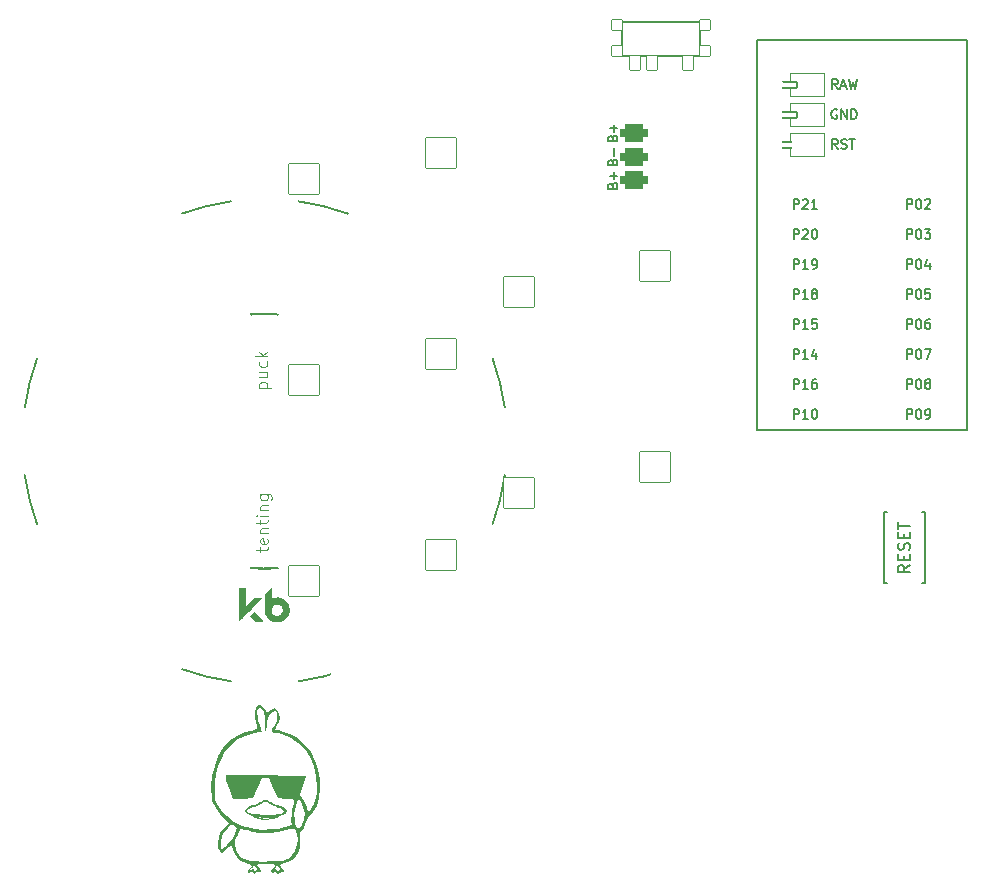
<source format=gto>
%TF.GenerationSoftware,KiCad,Pcbnew,(6.0.4)*%
%TF.CreationDate,2022-07-31T18:16:21+02:00*%
%TF.ProjectId,battoota,62617474-6f6f-4746-912e-6b696361645f,v1.0.0*%
%TF.SameCoordinates,Original*%
%TF.FileFunction,Legend,Top*%
%TF.FilePolarity,Positive*%
%FSLAX46Y46*%
G04 Gerber Fmt 4.6, Leading zero omitted, Abs format (unit mm)*
G04 Created by KiCad (PCBNEW (6.0.4)) date 2022-07-31 18:16:21*
%MOMM*%
%LPD*%
G01*
G04 APERTURE LIST*
G04 Aperture macros list*
%AMRoundRect*
0 Rectangle with rounded corners*
0 $1 Rounding radius*
0 $2 $3 $4 $5 $6 $7 $8 $9 X,Y pos of 4 corners*
0 Add a 4 corners polygon primitive as box body*
4,1,4,$2,$3,$4,$5,$6,$7,$8,$9,$2,$3,0*
0 Add four circle primitives for the rounded corners*
1,1,$1+$1,$2,$3*
1,1,$1+$1,$4,$5*
1,1,$1+$1,$6,$7*
1,1,$1+$1,$8,$9*
0 Add four rect primitives between the rounded corners*
20,1,$1+$1,$2,$3,$4,$5,0*
20,1,$1+$1,$4,$5,$6,$7,0*
20,1,$1+$1,$6,$7,$8,$9,0*
20,1,$1+$1,$8,$9,$2,$3,0*%
%AMFreePoly0*
4,1,16,0.535355,0.785355,0.550000,0.750000,0.550000,-0.750000,0.535355,-0.785355,0.500000,-0.800000,-0.650000,-0.800000,-0.685355,-0.785355,-0.700000,-0.750000,-0.691603,-0.722265,-0.210093,0.000000,-0.691603,0.722265,-0.699029,0.759806,-0.677735,0.791603,-0.650000,0.800000,0.500000,0.800000,0.535355,0.785355,0.535355,0.785355,$1*%
%AMFreePoly1*
4,1,16,0.535355,0.785355,0.541603,0.777735,1.041603,0.027735,1.049029,-0.009806,1.041603,-0.027735,0.541603,-0.777735,0.509806,-0.799029,0.500000,-0.800000,-0.500000,-0.800000,-0.535355,-0.785355,-0.550000,-0.750000,-0.550000,0.750000,-0.535355,0.785355,-0.500000,0.800000,0.500000,0.800000,0.535355,0.785355,0.535355,0.785355,$1*%
G04 Aperture macros list end*
%ADD10C,0.150000*%
%ADD11C,0.100000*%
%ADD12C,0.120000*%
%ADD13C,0.200000*%
%ADD14C,0.010000*%
%ADD15C,2.000000*%
%ADD16RoundRect,0.375000X-0.750000X0.375000X-0.750000X-0.375000X0.750000X-0.375000X0.750000X0.375000X0*%
%ADD17C,1.752600*%
%ADD18C,5.100000*%
%ADD19C,2.100000*%
%ADD20C,1.801800*%
%ADD21C,3.100000*%
%ADD22C,3.529000*%
%ADD23RoundRect,0.050000X-1.054507X-1.505993X1.505993X-1.054507X1.054507X1.505993X-1.505993X1.054507X0*%
%ADD24C,2.132000*%
%ADD25RoundRect,0.050000X-1.181751X-1.408356X1.408356X-1.181751X1.181751X1.408356X-1.408356X1.181751X0*%
%ADD26RoundRect,0.050000X-1.300000X-1.300000X1.300000X-1.300000X1.300000X1.300000X-1.300000X1.300000X0*%
%ADD27RoundRect,0.050000X-0.450000X-0.450000X0.450000X-0.450000X0.450000X0.450000X-0.450000X0.450000X0*%
%ADD28RoundRect,0.050000X-0.450000X-0.625000X0.450000X-0.625000X0.450000X0.625000X-0.450000X0.625000X0*%
%ADD29C,1.100000*%
%ADD30RoundRect,0.050000X-1.716367X-0.658851X0.658851X-1.716367X1.716367X0.658851X-0.658851X1.716367X0*%
%ADD31RoundRect,0.425000X-0.750000X0.375000X-0.750000X-0.375000X0.750000X-0.375000X0.750000X0.375000X0*%
%ADD32RoundRect,0.050000X-0.863113X-1.623279X1.623279X-0.863113X0.863113X1.623279X-1.623279X0.863113X0*%
%ADD33RoundRect,0.050000X-1.487360X-1.080630X1.080630X-1.487360X1.487360X1.080630X-1.080630X1.487360X0*%
%ADD34C,1.852600*%
%ADD35FreePoly0,180.000000*%
%ADD36RoundRect,0.050000X-0.762000X0.250000X-0.762000X-0.250000X0.762000X-0.250000X0.762000X0.250000X0*%
%ADD37FreePoly1,180.000000*%
%ADD38C,4.500000*%
G04 APERTURE END LIST*
D10*
%TO.C,*%
%TO.C,B1*%
X158422171Y76170873D02*
X157945981Y75837539D01*
X158422171Y75599444D02*
X157422171Y75599444D01*
X157422171Y75980396D01*
X157469791Y76075634D01*
X157517410Y76123254D01*
X157612648Y76170873D01*
X157755505Y76170873D01*
X157850743Y76123254D01*
X157898362Y76075634D01*
X157945981Y75980396D01*
X157945981Y75599444D01*
X157898362Y76599444D02*
X157898362Y76932777D01*
X158422171Y77075634D02*
X158422171Y76599444D01*
X157422171Y76599444D01*
X157422171Y77075634D01*
X158374552Y77456587D02*
X158422171Y77599444D01*
X158422171Y77837539D01*
X158374552Y77932777D01*
X158326933Y77980396D01*
X158231695Y78028015D01*
X158136457Y78028015D01*
X158041219Y77980396D01*
X157993600Y77932777D01*
X157945981Y77837539D01*
X157898362Y77647063D01*
X157850743Y77551825D01*
X157803124Y77504206D01*
X157707886Y77456587D01*
X157612648Y77456587D01*
X157517410Y77504206D01*
X157469791Y77551825D01*
X157422171Y77647063D01*
X157422171Y77885158D01*
X157469791Y78028015D01*
X157898362Y78456587D02*
X157898362Y78789920D01*
X158422171Y78932777D02*
X158422171Y78456587D01*
X157422171Y78456587D01*
X157422171Y78932777D01*
X157422171Y79218492D02*
X157422171Y79789920D01*
X158422171Y79504206D02*
X157422171Y79504206D01*
%TO.C,PAD1*%
X133252648Y110300158D02*
X133290743Y110414444D01*
X133328838Y110452539D01*
X133405029Y110490634D01*
X133519314Y110490634D01*
X133595505Y110452539D01*
X133633600Y110414444D01*
X133671695Y110338254D01*
X133671695Y110033492D01*
X132871695Y110033492D01*
X132871695Y110300158D01*
X132909791Y110376349D01*
X132947886Y110414444D01*
X133024076Y110452539D01*
X133100267Y110452539D01*
X133176457Y110414444D01*
X133214552Y110376349D01*
X133252648Y110300158D01*
X133252648Y110033492D01*
X133366933Y110833492D02*
X133366933Y111443015D01*
X133252648Y112300158D02*
X133290743Y112414444D01*
X133328838Y112452539D01*
X133405029Y112490634D01*
X133519314Y112490634D01*
X133595505Y112452539D01*
X133633600Y112414444D01*
X133671695Y112338254D01*
X133671695Y112033492D01*
X132871695Y112033492D01*
X132871695Y112300158D01*
X132909791Y112376349D01*
X132947886Y112414444D01*
X133024076Y112452539D01*
X133100267Y112452539D01*
X133176457Y112414444D01*
X133214552Y112376349D01*
X133252648Y112300158D01*
X133252648Y112033492D01*
X133366933Y112833492D02*
X133366933Y113443015D01*
X133671695Y113138254D02*
X133062171Y113138254D01*
X133252648Y108300158D02*
X133290743Y108414444D01*
X133328838Y108452539D01*
X133405029Y108490634D01*
X133519314Y108490634D01*
X133595505Y108452539D01*
X133633600Y108414444D01*
X133671695Y108338254D01*
X133671695Y108033492D01*
X132871695Y108033492D01*
X132871695Y108300158D01*
X132909791Y108376349D01*
X132947886Y108414444D01*
X133024076Y108452539D01*
X133100267Y108452539D01*
X133176457Y108414444D01*
X133214552Y108376349D01*
X133252648Y108300158D01*
X133252648Y108033492D01*
X133366933Y108833492D02*
X133366933Y109443015D01*
X133671695Y109138254D02*
X133062171Y109138254D01*
%TO.C,MCU1*%
X158185784Y91080443D02*
X158185784Y91880443D01*
X158490546Y91880443D01*
X158566736Y91842348D01*
X158604832Y91804252D01*
X158642927Y91728062D01*
X158642927Y91613776D01*
X158604832Y91537586D01*
X158566736Y91499490D01*
X158490546Y91461395D01*
X158185784Y91461395D01*
X159138165Y91880443D02*
X159214355Y91880443D01*
X159290546Y91842348D01*
X159328641Y91804252D01*
X159366736Y91728062D01*
X159404832Y91575681D01*
X159404832Y91385205D01*
X159366736Y91232824D01*
X159328641Y91156633D01*
X159290546Y91118538D01*
X159214355Y91080443D01*
X159138165Y91080443D01*
X159061974Y91118538D01*
X159023879Y91156633D01*
X158985784Y91232824D01*
X158947689Y91385205D01*
X158947689Y91575681D01*
X158985784Y91728062D01*
X159023879Y91804252D01*
X159061974Y91842348D01*
X159138165Y91880443D01*
X159861974Y91537586D02*
X159785784Y91575681D01*
X159747689Y91613776D01*
X159709593Y91689967D01*
X159709593Y91728062D01*
X159747689Y91804252D01*
X159785784Y91842348D01*
X159861974Y91880443D01*
X160014355Y91880443D01*
X160090546Y91842348D01*
X160128641Y91804252D01*
X160166736Y91728062D01*
X160166736Y91689967D01*
X160128641Y91613776D01*
X160090546Y91575681D01*
X160014355Y91537586D01*
X159861974Y91537586D01*
X159785784Y91499490D01*
X159747689Y91461395D01*
X159709593Y91385205D01*
X159709593Y91232824D01*
X159747689Y91156633D01*
X159785784Y91118538D01*
X159861974Y91080443D01*
X160014355Y91080443D01*
X160090546Y91118538D01*
X160128641Y91156633D01*
X160166736Y91232824D01*
X160166736Y91385205D01*
X160128641Y91461395D01*
X160090546Y91499490D01*
X160014355Y91537586D01*
X148585784Y106320443D02*
X148585784Y107120443D01*
X148890546Y107120443D01*
X148966736Y107082348D01*
X149004832Y107044252D01*
X149042927Y106968062D01*
X149042927Y106853776D01*
X149004832Y106777586D01*
X148966736Y106739490D01*
X148890546Y106701395D01*
X148585784Y106701395D01*
X149347689Y107044252D02*
X149385784Y107082348D01*
X149461974Y107120443D01*
X149652451Y107120443D01*
X149728641Y107082348D01*
X149766736Y107044252D01*
X149804832Y106968062D01*
X149804832Y106891871D01*
X149766736Y106777586D01*
X149309593Y106320443D01*
X149804832Y106320443D01*
X150566736Y106320443D02*
X150109593Y106320443D01*
X150338165Y106320443D02*
X150338165Y107120443D01*
X150261974Y107006157D01*
X150185784Y106929967D01*
X150109593Y106891871D01*
X148585784Y93620443D02*
X148585784Y94420443D01*
X148890546Y94420443D01*
X148966736Y94382348D01*
X149004832Y94344252D01*
X149042927Y94268062D01*
X149042927Y94153776D01*
X149004832Y94077586D01*
X148966736Y94039490D01*
X148890546Y94001395D01*
X148585784Y94001395D01*
X149804832Y93620443D02*
X149347689Y93620443D01*
X149576260Y93620443D02*
X149576260Y94420443D01*
X149500070Y94306157D01*
X149423879Y94229967D01*
X149347689Y94191871D01*
X150490546Y94153776D02*
X150490546Y93620443D01*
X150300070Y94458538D02*
X150109593Y93887109D01*
X150604832Y93887109D01*
X148585784Y103780443D02*
X148585784Y104580443D01*
X148890546Y104580443D01*
X148966736Y104542348D01*
X149004832Y104504252D01*
X149042927Y104428062D01*
X149042927Y104313776D01*
X149004832Y104237586D01*
X148966736Y104199490D01*
X148890546Y104161395D01*
X148585784Y104161395D01*
X149347689Y104504252D02*
X149385784Y104542348D01*
X149461974Y104580443D01*
X149652451Y104580443D01*
X149728641Y104542348D01*
X149766736Y104504252D01*
X149804832Y104428062D01*
X149804832Y104351871D01*
X149766736Y104237586D01*
X149309593Y103780443D01*
X149804832Y103780443D01*
X150300070Y104580443D02*
X150376260Y104580443D01*
X150452451Y104542348D01*
X150490546Y104504252D01*
X150528641Y104428062D01*
X150566736Y104275681D01*
X150566736Y104085205D01*
X150528641Y103932824D01*
X150490546Y103856633D01*
X150452451Y103818538D01*
X150376260Y103780443D01*
X150300070Y103780443D01*
X150223879Y103818538D01*
X150185784Y103856633D01*
X150147689Y103932824D01*
X150109593Y104085205D01*
X150109593Y104275681D01*
X150147689Y104428062D01*
X150185784Y104504252D01*
X150223879Y104542348D01*
X150300070Y104580443D01*
X152305594Y111400443D02*
X152038928Y111781395D01*
X151848451Y111400443D02*
X151848451Y112200443D01*
X152153213Y112200443D01*
X152229404Y112162348D01*
X152267499Y112124252D01*
X152305594Y112048062D01*
X152305594Y111933776D01*
X152267499Y111857586D01*
X152229404Y111819490D01*
X152153213Y111781395D01*
X151848451Y111781395D01*
X152610356Y111438538D02*
X152724642Y111400443D01*
X152915118Y111400443D01*
X152991309Y111438538D01*
X153029404Y111476633D01*
X153067499Y111552824D01*
X153067499Y111629014D01*
X153029404Y111705205D01*
X152991309Y111743300D01*
X152915118Y111781395D01*
X152762737Y111819490D01*
X152686547Y111857586D01*
X152648451Y111895681D01*
X152610356Y111971871D01*
X152610356Y112048062D01*
X152648451Y112124252D01*
X152686547Y112162348D01*
X152762737Y112200443D01*
X152953213Y112200443D01*
X153067499Y112162348D01*
X153296070Y112200443D02*
X153753213Y112200443D01*
X153524642Y111400443D02*
X153524642Y112200443D01*
X158185784Y88540443D02*
X158185784Y89340443D01*
X158490546Y89340443D01*
X158566736Y89302348D01*
X158604832Y89264252D01*
X158642927Y89188062D01*
X158642927Y89073776D01*
X158604832Y88997586D01*
X158566736Y88959490D01*
X158490546Y88921395D01*
X158185784Y88921395D01*
X159138165Y89340443D02*
X159214355Y89340443D01*
X159290546Y89302348D01*
X159328641Y89264252D01*
X159366736Y89188062D01*
X159404832Y89035681D01*
X159404832Y88845205D01*
X159366736Y88692824D01*
X159328641Y88616633D01*
X159290546Y88578538D01*
X159214355Y88540443D01*
X159138165Y88540443D01*
X159061974Y88578538D01*
X159023879Y88616633D01*
X158985784Y88692824D01*
X158947689Y88845205D01*
X158947689Y89035681D01*
X158985784Y89188062D01*
X159023879Y89264252D01*
X159061974Y89302348D01*
X159138165Y89340443D01*
X159785784Y88540443D02*
X159938165Y88540443D01*
X160014355Y88578538D01*
X160052451Y88616633D01*
X160128641Y88730919D01*
X160166736Y88883300D01*
X160166736Y89188062D01*
X160128641Y89264252D01*
X160090546Y89302348D01*
X160014355Y89340443D01*
X159861974Y89340443D01*
X159785784Y89302348D01*
X159747689Y89264252D01*
X159709593Y89188062D01*
X159709593Y88997586D01*
X159747689Y88921395D01*
X159785784Y88883300D01*
X159861974Y88845205D01*
X160014355Y88845205D01*
X160090546Y88883300D01*
X160128641Y88921395D01*
X160166736Y88997586D01*
X148585784Y91080443D02*
X148585784Y91880443D01*
X148890546Y91880443D01*
X148966736Y91842348D01*
X149004832Y91804252D01*
X149042927Y91728062D01*
X149042927Y91613776D01*
X149004832Y91537586D01*
X148966736Y91499490D01*
X148890546Y91461395D01*
X148585784Y91461395D01*
X149804832Y91080443D02*
X149347689Y91080443D01*
X149576260Y91080443D02*
X149576260Y91880443D01*
X149500070Y91766157D01*
X149423879Y91689967D01*
X149347689Y91651871D01*
X150490546Y91880443D02*
X150338165Y91880443D01*
X150261974Y91842348D01*
X150223879Y91804252D01*
X150147689Y91689967D01*
X150109593Y91537586D01*
X150109593Y91232824D01*
X150147689Y91156633D01*
X150185784Y91118538D01*
X150261974Y91080443D01*
X150414355Y91080443D01*
X150490546Y91118538D01*
X150528641Y91156633D01*
X150566736Y91232824D01*
X150566736Y91423300D01*
X150528641Y91499490D01*
X150490546Y91537586D01*
X150414355Y91575681D01*
X150261974Y91575681D01*
X150185784Y91537586D01*
X150147689Y91499490D01*
X150109593Y91423300D01*
X152305595Y116480443D02*
X152038928Y116861395D01*
X151848452Y116480443D02*
X151848452Y117280443D01*
X152153214Y117280443D01*
X152229404Y117242348D01*
X152267499Y117204252D01*
X152305595Y117128062D01*
X152305595Y117013776D01*
X152267499Y116937586D01*
X152229404Y116899490D01*
X152153214Y116861395D01*
X151848452Y116861395D01*
X152610356Y116709014D02*
X152991309Y116709014D01*
X152534166Y116480443D02*
X152800833Y117280443D01*
X153067499Y116480443D01*
X153257976Y117280443D02*
X153448452Y116480443D01*
X153600833Y117051871D01*
X153753214Y116480443D01*
X153943690Y117280443D01*
X158185784Y106320443D02*
X158185784Y107120443D01*
X158490546Y107120443D01*
X158566736Y107082348D01*
X158604832Y107044252D01*
X158642927Y106968062D01*
X158642927Y106853776D01*
X158604832Y106777586D01*
X158566736Y106739490D01*
X158490546Y106701395D01*
X158185784Y106701395D01*
X159138165Y107120443D02*
X159214355Y107120443D01*
X159290546Y107082348D01*
X159328641Y107044252D01*
X159366736Y106968062D01*
X159404832Y106815681D01*
X159404832Y106625205D01*
X159366736Y106472824D01*
X159328641Y106396633D01*
X159290546Y106358538D01*
X159214355Y106320443D01*
X159138165Y106320443D01*
X159061974Y106358538D01*
X159023879Y106396633D01*
X158985784Y106472824D01*
X158947689Y106625205D01*
X158947689Y106815681D01*
X158985784Y106968062D01*
X159023879Y107044252D01*
X159061974Y107082348D01*
X159138165Y107120443D01*
X159709593Y107044252D02*
X159747689Y107082348D01*
X159823879Y107120443D01*
X160014355Y107120443D01*
X160090546Y107082348D01*
X160128641Y107044252D01*
X160166736Y106968062D01*
X160166736Y106891871D01*
X160128641Y106777586D01*
X159671498Y106320443D01*
X160166736Y106320443D01*
X148585784Y98700443D02*
X148585784Y99500443D01*
X148890546Y99500443D01*
X148966736Y99462348D01*
X149004832Y99424252D01*
X149042927Y99348062D01*
X149042927Y99233776D01*
X149004832Y99157586D01*
X148966736Y99119490D01*
X148890546Y99081395D01*
X148585784Y99081395D01*
X149804832Y98700443D02*
X149347689Y98700443D01*
X149576260Y98700443D02*
X149576260Y99500443D01*
X149500070Y99386157D01*
X149423879Y99309967D01*
X149347689Y99271871D01*
X150261974Y99157586D02*
X150185784Y99195681D01*
X150147689Y99233776D01*
X150109593Y99309967D01*
X150109593Y99348062D01*
X150147689Y99424252D01*
X150185784Y99462348D01*
X150261974Y99500443D01*
X150414355Y99500443D01*
X150490546Y99462348D01*
X150528641Y99424252D01*
X150566736Y99348062D01*
X150566736Y99309967D01*
X150528641Y99233776D01*
X150490546Y99195681D01*
X150414355Y99157586D01*
X150261974Y99157586D01*
X150185784Y99119490D01*
X150147689Y99081395D01*
X150109593Y99005205D01*
X150109593Y98852824D01*
X150147689Y98776633D01*
X150185784Y98738538D01*
X150261974Y98700443D01*
X150414355Y98700443D01*
X150490546Y98738538D01*
X150528641Y98776633D01*
X150566736Y98852824D01*
X150566736Y99005205D01*
X150528641Y99081395D01*
X150490546Y99119490D01*
X150414355Y99157586D01*
X148585784Y88540443D02*
X148585784Y89340443D01*
X148890546Y89340443D01*
X148966736Y89302348D01*
X149004832Y89264252D01*
X149042927Y89188062D01*
X149042927Y89073776D01*
X149004832Y88997586D01*
X148966736Y88959490D01*
X148890546Y88921395D01*
X148585784Y88921395D01*
X149804832Y88540443D02*
X149347689Y88540443D01*
X149576260Y88540443D02*
X149576260Y89340443D01*
X149500070Y89226157D01*
X149423879Y89149967D01*
X149347689Y89111871D01*
X150300070Y89340443D02*
X150376260Y89340443D01*
X150452451Y89302348D01*
X150490546Y89264252D01*
X150528641Y89188062D01*
X150566736Y89035681D01*
X150566736Y88845205D01*
X150528641Y88692824D01*
X150490546Y88616633D01*
X150452451Y88578538D01*
X150376260Y88540443D01*
X150300070Y88540443D01*
X150223879Y88578538D01*
X150185784Y88616633D01*
X150147689Y88692824D01*
X150109593Y88845205D01*
X150109593Y89035681D01*
X150147689Y89188062D01*
X150185784Y89264252D01*
X150223879Y89302348D01*
X150300070Y89340443D01*
X158185784Y103780443D02*
X158185784Y104580443D01*
X158490546Y104580443D01*
X158566736Y104542348D01*
X158604832Y104504252D01*
X158642927Y104428062D01*
X158642927Y104313776D01*
X158604832Y104237586D01*
X158566736Y104199490D01*
X158490546Y104161395D01*
X158185784Y104161395D01*
X159138165Y104580443D02*
X159214355Y104580443D01*
X159290546Y104542348D01*
X159328641Y104504252D01*
X159366736Y104428062D01*
X159404832Y104275681D01*
X159404832Y104085205D01*
X159366736Y103932824D01*
X159328641Y103856633D01*
X159290546Y103818538D01*
X159214355Y103780443D01*
X159138165Y103780443D01*
X159061974Y103818538D01*
X159023879Y103856633D01*
X158985784Y103932824D01*
X158947689Y104085205D01*
X158947689Y104275681D01*
X158985784Y104428062D01*
X159023879Y104504252D01*
X159061974Y104542348D01*
X159138165Y104580443D01*
X159671498Y104580443D02*
X160166736Y104580443D01*
X159900070Y104275681D01*
X160014355Y104275681D01*
X160090546Y104237586D01*
X160128641Y104199490D01*
X160166736Y104123300D01*
X160166736Y103932824D01*
X160128641Y103856633D01*
X160090546Y103818538D01*
X160014355Y103780443D01*
X159785784Y103780443D01*
X159709593Y103818538D01*
X159671498Y103856633D01*
X158185784Y93620443D02*
X158185784Y94420443D01*
X158490546Y94420443D01*
X158566736Y94382348D01*
X158604832Y94344252D01*
X158642927Y94268062D01*
X158642927Y94153776D01*
X158604832Y94077586D01*
X158566736Y94039490D01*
X158490546Y94001395D01*
X158185784Y94001395D01*
X159138165Y94420443D02*
X159214355Y94420443D01*
X159290546Y94382348D01*
X159328641Y94344252D01*
X159366736Y94268062D01*
X159404832Y94115681D01*
X159404832Y93925205D01*
X159366736Y93772824D01*
X159328641Y93696633D01*
X159290546Y93658538D01*
X159214355Y93620443D01*
X159138165Y93620443D01*
X159061974Y93658538D01*
X159023879Y93696633D01*
X158985784Y93772824D01*
X158947689Y93925205D01*
X158947689Y94115681D01*
X158985784Y94268062D01*
X159023879Y94344252D01*
X159061974Y94382348D01*
X159138165Y94420443D01*
X159671498Y94420443D02*
X160204832Y94420443D01*
X159861974Y93620443D01*
X148585784Y101240443D02*
X148585784Y102040443D01*
X148890546Y102040443D01*
X148966736Y102002348D01*
X149004832Y101964252D01*
X149042927Y101888062D01*
X149042927Y101773776D01*
X149004832Y101697586D01*
X148966736Y101659490D01*
X148890546Y101621395D01*
X148585784Y101621395D01*
X149804832Y101240443D02*
X149347689Y101240443D01*
X149576260Y101240443D02*
X149576260Y102040443D01*
X149500070Y101926157D01*
X149423879Y101849967D01*
X149347689Y101811871D01*
X150185784Y101240443D02*
X150338165Y101240443D01*
X150414355Y101278538D01*
X150452451Y101316633D01*
X150528641Y101430919D01*
X150566736Y101583300D01*
X150566736Y101888062D01*
X150528641Y101964252D01*
X150490546Y102002348D01*
X150414355Y102040443D01*
X150261974Y102040443D01*
X150185784Y102002348D01*
X150147689Y101964252D01*
X150109593Y101888062D01*
X150109593Y101697586D01*
X150147689Y101621395D01*
X150185784Y101583300D01*
X150261974Y101545205D01*
X150414355Y101545205D01*
X150490546Y101583300D01*
X150528641Y101621395D01*
X150566736Y101697586D01*
X152248452Y114702348D02*
X152172261Y114740443D01*
X152057976Y114740443D01*
X151943690Y114702348D01*
X151867499Y114626157D01*
X151829404Y114549967D01*
X151791309Y114397586D01*
X151791309Y114283300D01*
X151829404Y114130919D01*
X151867499Y114054728D01*
X151943690Y113978538D01*
X152057976Y113940443D01*
X152134166Y113940443D01*
X152248452Y113978538D01*
X152286547Y114016633D01*
X152286547Y114283300D01*
X152134166Y114283300D01*
X152629404Y113940443D02*
X152629404Y114740443D01*
X153086547Y113940443D01*
X153086547Y114740443D01*
X153467499Y113940443D02*
X153467499Y114740443D01*
X153657976Y114740443D01*
X153772261Y114702348D01*
X153848452Y114626157D01*
X153886547Y114549967D01*
X153924642Y114397586D01*
X153924642Y114283300D01*
X153886547Y114130919D01*
X153848452Y114054728D01*
X153772261Y113978538D01*
X153657976Y113940443D01*
X153467499Y113940443D01*
X158185784Y101240443D02*
X158185784Y102040443D01*
X158490546Y102040443D01*
X158566736Y102002348D01*
X158604832Y101964252D01*
X158642927Y101888062D01*
X158642927Y101773776D01*
X158604832Y101697586D01*
X158566736Y101659490D01*
X158490546Y101621395D01*
X158185784Y101621395D01*
X159138165Y102040443D02*
X159214355Y102040443D01*
X159290546Y102002348D01*
X159328641Y101964252D01*
X159366736Y101888062D01*
X159404832Y101735681D01*
X159404832Y101545205D01*
X159366736Y101392824D01*
X159328641Y101316633D01*
X159290546Y101278538D01*
X159214355Y101240443D01*
X159138165Y101240443D01*
X159061974Y101278538D01*
X159023879Y101316633D01*
X158985784Y101392824D01*
X158947689Y101545205D01*
X158947689Y101735681D01*
X158985784Y101888062D01*
X159023879Y101964252D01*
X159061974Y102002348D01*
X159138165Y102040443D01*
X160090546Y101773776D02*
X160090546Y101240443D01*
X159900070Y102078538D02*
X159709593Y101507109D01*
X160204832Y101507109D01*
X158185784Y98700443D02*
X158185784Y99500443D01*
X158490546Y99500443D01*
X158566736Y99462348D01*
X158604832Y99424252D01*
X158642927Y99348062D01*
X158642927Y99233776D01*
X158604832Y99157586D01*
X158566736Y99119490D01*
X158490546Y99081395D01*
X158185784Y99081395D01*
X159138165Y99500443D02*
X159214355Y99500443D01*
X159290546Y99462348D01*
X159328641Y99424252D01*
X159366736Y99348062D01*
X159404832Y99195681D01*
X159404832Y99005205D01*
X159366736Y98852824D01*
X159328641Y98776633D01*
X159290546Y98738538D01*
X159214355Y98700443D01*
X159138165Y98700443D01*
X159061974Y98738538D01*
X159023879Y98776633D01*
X158985784Y98852824D01*
X158947689Y99005205D01*
X158947689Y99195681D01*
X158985784Y99348062D01*
X159023879Y99424252D01*
X159061974Y99462348D01*
X159138165Y99500443D01*
X160128641Y99500443D02*
X159747689Y99500443D01*
X159709593Y99119490D01*
X159747689Y99157586D01*
X159823879Y99195681D01*
X160014355Y99195681D01*
X160090546Y99157586D01*
X160128641Y99119490D01*
X160166736Y99043300D01*
X160166736Y98852824D01*
X160128641Y98776633D01*
X160090546Y98738538D01*
X160014355Y98700443D01*
X159823879Y98700443D01*
X159747689Y98738538D01*
X159709593Y98776633D01*
X148585784Y96160443D02*
X148585784Y96960443D01*
X148890546Y96960443D01*
X148966736Y96922348D01*
X149004832Y96884252D01*
X149042927Y96808062D01*
X149042927Y96693776D01*
X149004832Y96617586D01*
X148966736Y96579490D01*
X148890546Y96541395D01*
X148585784Y96541395D01*
X149804832Y96160443D02*
X149347689Y96160443D01*
X149576260Y96160443D02*
X149576260Y96960443D01*
X149500070Y96846157D01*
X149423879Y96769967D01*
X149347689Y96731871D01*
X150528641Y96960443D02*
X150147689Y96960443D01*
X150109593Y96579490D01*
X150147689Y96617586D01*
X150223879Y96655681D01*
X150414355Y96655681D01*
X150490546Y96617586D01*
X150528641Y96579490D01*
X150566736Y96503300D01*
X150566736Y96312824D01*
X150528641Y96236633D01*
X150490546Y96198538D01*
X150414355Y96160443D01*
X150223879Y96160443D01*
X150147689Y96198538D01*
X150109593Y96236633D01*
X158185784Y96160443D02*
X158185784Y96960443D01*
X158490546Y96960443D01*
X158566736Y96922348D01*
X158604832Y96884252D01*
X158642927Y96808062D01*
X158642927Y96693776D01*
X158604832Y96617586D01*
X158566736Y96579490D01*
X158490546Y96541395D01*
X158185784Y96541395D01*
X159138165Y96960443D02*
X159214355Y96960443D01*
X159290546Y96922348D01*
X159328641Y96884252D01*
X159366736Y96808062D01*
X159404832Y96655681D01*
X159404832Y96465205D01*
X159366736Y96312824D01*
X159328641Y96236633D01*
X159290546Y96198538D01*
X159214355Y96160443D01*
X159138165Y96160443D01*
X159061974Y96198538D01*
X159023879Y96236633D01*
X158985784Y96312824D01*
X158947689Y96465205D01*
X158947689Y96655681D01*
X158985784Y96808062D01*
X159023879Y96884252D01*
X159061974Y96922348D01*
X159138165Y96960443D01*
X160090546Y96960443D02*
X159938165Y96960443D01*
X159861974Y96922348D01*
X159823879Y96884252D01*
X159747689Y96769967D01*
X159709593Y96617586D01*
X159709593Y96312824D01*
X159747689Y96236633D01*
X159785784Y96198538D01*
X159861974Y96160443D01*
X160014355Y96160443D01*
X160090546Y96198538D01*
X160128641Y96236633D01*
X160166736Y96312824D01*
X160166736Y96503300D01*
X160128641Y96579490D01*
X160090546Y96617586D01*
X160014355Y96655681D01*
X159861974Y96655681D01*
X159785784Y96617586D01*
X159747689Y96579490D01*
X159709593Y96503300D01*
D11*
%TO.C,REF\u002A\u002A*%
X103406138Y77282254D02*
X103406138Y77663206D01*
X103072804Y77425111D02*
X103929947Y77425111D01*
X104025185Y77472730D01*
X104072804Y77567968D01*
X104072804Y77663206D01*
X104025185Y78377492D02*
X104072804Y78282254D01*
X104072804Y78091777D01*
X104025185Y77996539D01*
X103929947Y77948920D01*
X103548995Y77948920D01*
X103453757Y77996539D01*
X103406138Y78091777D01*
X103406138Y78282254D01*
X103453757Y78377492D01*
X103548995Y78425111D01*
X103644233Y78425111D01*
X103739471Y77948920D01*
X103406138Y78853682D02*
X104072804Y78853682D01*
X103501376Y78853682D02*
X103453757Y78901301D01*
X103406138Y78996539D01*
X103406138Y79139396D01*
X103453757Y79234634D01*
X103548995Y79282254D01*
X104072804Y79282254D01*
X103406138Y79615587D02*
X103406138Y79996539D01*
X103072804Y79758444D02*
X103929947Y79758444D01*
X104025185Y79806063D01*
X104072804Y79901301D01*
X104072804Y79996539D01*
X104072804Y80329873D02*
X103406138Y80329873D01*
X103072804Y80329873D02*
X103120424Y80282254D01*
X103168043Y80329873D01*
X103120424Y80377492D01*
X103072804Y80329873D01*
X103168043Y80329873D01*
X103406138Y80806063D02*
X104072804Y80806063D01*
X103501376Y80806063D02*
X103453757Y80853682D01*
X103406138Y80948920D01*
X103406138Y81091777D01*
X103453757Y81187015D01*
X103548995Y81234634D01*
X104072804Y81234634D01*
X103406138Y82139396D02*
X104215662Y82139396D01*
X104310900Y82091777D01*
X104358519Y82044158D01*
X104406138Y81948920D01*
X104406138Y81806063D01*
X104358519Y81710825D01*
X104025185Y82139396D02*
X104072804Y82044158D01*
X104072804Y81853682D01*
X104025185Y81758444D01*
X103977566Y81710825D01*
X103882328Y81663206D01*
X103596614Y81663206D01*
X103501376Y81710825D01*
X103453757Y81758444D01*
X103406138Y81853682D01*
X103406138Y82044158D01*
X103453757Y82139396D01*
X103342638Y91172754D02*
X104342638Y91172754D01*
X103390257Y91172754D02*
X103342638Y91267992D01*
X103342638Y91458468D01*
X103390257Y91553706D01*
X103437876Y91601325D01*
X103533114Y91648944D01*
X103818828Y91648944D01*
X103914066Y91601325D01*
X103961685Y91553706D01*
X104009304Y91458468D01*
X104009304Y91267992D01*
X103961685Y91172754D01*
X103342638Y92506087D02*
X104009304Y92506087D01*
X103342638Y92077515D02*
X103866447Y92077515D01*
X103961685Y92125134D01*
X104009304Y92220373D01*
X104009304Y92363230D01*
X103961685Y92458468D01*
X103914066Y92506087D01*
X103961685Y93410849D02*
X104009304Y93315611D01*
X104009304Y93125134D01*
X103961685Y93029896D01*
X103914066Y92982277D01*
X103818828Y92934658D01*
X103533114Y92934658D01*
X103437876Y92982277D01*
X103390257Y93029896D01*
X103342638Y93125134D01*
X103342638Y93315611D01*
X103390257Y93410849D01*
X104009304Y93839420D02*
X103009304Y93839420D01*
X103628352Y93934658D02*
X104009304Y94220373D01*
X103342638Y94220373D02*
X103723590Y93839420D01*
D10*
%TO.C,B1*%
X156219791Y74623254D02*
X156219791Y80623254D01*
X159719791Y74623254D02*
X159719791Y80623254D01*
X156219791Y80623254D02*
X156469791Y80623254D01*
X159719791Y74623254D02*
X159469791Y74623254D01*
X159719791Y80623254D02*
X159469791Y80623254D01*
X156219791Y74623254D02*
X156469791Y74623254D01*
%TO.C,T1*%
X134068406Y122101838D02*
X134068406Y119251838D01*
X139318406Y122101838D02*
X135418406Y122101838D01*
X134068406Y119251838D02*
X140668406Y119251838D01*
X137368406Y122101838D02*
X140668406Y122101838D01*
X140668406Y119251838D02*
X140668406Y122101838D01*
X137368406Y122101838D02*
X134068406Y122101838D01*
%TO.C,G\u002A\u002A\u002A*%
G36*
X102883978Y54811439D02*
G01*
X102740255Y54880814D01*
X102407058Y55056231D01*
X102211599Y55193916D01*
X102131416Y55310999D01*
X102130646Y55316839D01*
X102306885Y55316839D01*
X102323310Y55295956D01*
X102503738Y55201096D01*
X102814003Y55123189D01*
X103215242Y55064583D01*
X103668589Y55027628D01*
X104135180Y55014670D01*
X104576151Y55028060D01*
X104952637Y55070144D01*
X105174422Y55123679D01*
X105401772Y55233273D01*
X105460472Y55348492D01*
X105351061Y55468035D01*
X105074080Y55590598D01*
X104966078Y55625429D01*
X104664565Y55735323D01*
X104407590Y55860367D01*
X104283288Y55946404D01*
X104021677Y56093383D01*
X103736622Y56076183D01*
X103509613Y55948664D01*
X103306784Y55830100D01*
X103019752Y55709005D01*
X102844401Y55651219D01*
X102514387Y55534275D01*
X102332107Y55420696D01*
X102306885Y55316839D01*
X102130646Y55316839D01*
X102126422Y55348860D01*
X102205522Y55535943D01*
X102420663Y55696920D01*
X102738600Y55809825D01*
X102858300Y55832470D01*
X103154436Y55920791D01*
X103435028Y56068739D01*
X103454272Y56082600D01*
X103752550Y56247693D01*
X104019947Y56257391D01*
X104293936Y56111220D01*
X104343195Y56071400D01*
X104555160Y55931295D01*
X104751676Y55860051D01*
X104778751Y55857874D01*
X104966352Y55822347D01*
X105222502Y55735067D01*
X105328663Y55689960D01*
X105559074Y55566867D01*
X105659234Y55452976D01*
X105667330Y55340633D01*
X105591473Y55163612D01*
X105513088Y55091950D01*
X105111759Y54891462D01*
X104805697Y54759395D01*
X104543443Y54679643D01*
X104273536Y54636100D01*
X103989088Y54614958D01*
X103653008Y54603783D01*
X103402897Y54622991D01*
X103169604Y54687303D01*
X103109985Y54713214D01*
X103673799Y54713214D01*
X103780173Y54699930D01*
X103904422Y54697460D01*
X104087543Y54704065D01*
X104137812Y54720951D01*
X104094922Y54734152D01*
X103848204Y54748159D01*
X103713922Y54734152D01*
X103673799Y54713214D01*
X103109985Y54713214D01*
X102957906Y54779309D01*
X103263810Y54779309D01*
X103347033Y54765751D01*
X103456847Y54781317D01*
X103458158Y54810219D01*
X103344841Y54830431D01*
X103295880Y54816903D01*
X103263810Y54779309D01*
X102957906Y54779309D01*
X102883978Y54811439D01*
G37*
G36*
X104497088Y50503045D02*
G01*
X104643295Y50652401D01*
X104666692Y50756195D01*
X104555768Y50821445D01*
X104299012Y50855169D01*
X103904422Y50864400D01*
X103568863Y50857043D01*
X103308698Y50837338D01*
X103161697Y50808830D01*
X103142422Y50792855D01*
X103199034Y50688346D01*
X103311755Y50568066D01*
X103447142Y50400898D01*
X103476988Y50265739D01*
X103400694Y50201812D01*
X103317223Y50210169D01*
X103160615Y50195335D01*
X103108213Y50135377D01*
X103006711Y50026556D01*
X102885968Y50061683D01*
X102834968Y50143183D01*
X102754841Y50223695D01*
X102631524Y50185516D01*
X102462694Y50111812D01*
X102392654Y50148018D01*
X102380422Y50271016D01*
X102421728Y50379808D01*
X102582791Y50379808D01*
X102677340Y50385158D01*
X102749034Y50430786D01*
X102849174Y50473905D01*
X102916959Y50373574D01*
X102929388Y50337018D01*
X102980358Y50214712D01*
X103017398Y50247358D01*
X103029700Y50288207D01*
X103124266Y50392124D01*
X103211226Y50386159D01*
X103282980Y50379386D01*
X103221385Y50454321D01*
X103173785Y50496685D01*
X103022640Y50657352D01*
X102947636Y50779733D01*
X102909598Y50852446D01*
X102895106Y50761545D01*
X102821498Y50610467D01*
X102711837Y50521852D01*
X102594181Y50433079D01*
X102582791Y50379808D01*
X102421728Y50379808D01*
X102447013Y50446405D01*
X102549755Y50545382D01*
X102693986Y50671444D01*
X102682018Y50778173D01*
X102509132Y50871978D01*
X102258894Y50940441D01*
X101805541Y51124714D01*
X101433524Y51442555D01*
X101170096Y51867066D01*
X101092709Y52091419D01*
X100991439Y52470057D01*
X100775764Y52332967D01*
X100561682Y52165937D01*
X100369908Y51974638D01*
X100179727Y51753400D01*
X100000313Y51965066D01*
X99869742Y52239974D01*
X99848473Y52501801D01*
X100095204Y52501801D01*
X100102772Y52276291D01*
X100139765Y52147704D01*
X100163941Y52134400D01*
X100256374Y52188909D01*
X100430173Y52331426D01*
X100603135Y52489954D01*
X101293284Y52489954D01*
X101375226Y52110208D01*
X101476501Y51873648D01*
X101654061Y51601911D01*
X101877885Y51393116D01*
X102168936Y51241165D01*
X102548174Y51139962D01*
X103036561Y51083409D01*
X103655058Y51065408D01*
X104226220Y51073792D01*
X104708800Y51090617D01*
X105060360Y51114249D01*
X105319209Y51150426D01*
X105523658Y51204883D01*
X105712015Y51283357D01*
X105750220Y51301989D01*
X106123921Y51577407D01*
X106396496Y51966219D01*
X106555900Y52437813D01*
X106590089Y52961576D01*
X106540529Y53310769D01*
X106455508Y53618649D01*
X106347306Y53796201D01*
X106181045Y53859979D01*
X105921846Y53826536D01*
X105630184Y53742813D01*
X104953530Y53587774D01*
X104197082Y53510253D01*
X103433171Y53513392D01*
X102734127Y53600336D01*
X102668971Y53614115D01*
X102335075Y53693216D01*
X102053420Y53769503D01*
X101875159Y53828891D01*
X101854808Y53838335D01*
X101752825Y53860391D01*
X101681082Y53771888D01*
X101623707Y53593361D01*
X101533656Y53336287D01*
X101426116Y53126554D01*
X101411179Y53105450D01*
X101304319Y52839623D01*
X101293284Y52489954D01*
X100603135Y52489954D01*
X100635426Y52519550D01*
X100866152Y52778902D01*
X101090809Y53095367D01*
X101281265Y53421544D01*
X101409387Y53710034D01*
X101448261Y53889059D01*
X101380701Y53995723D01*
X101215710Y54113267D01*
X101203142Y54119902D01*
X101054781Y54186990D01*
X100944970Y54184016D01*
X100822020Y54091411D01*
X100654733Y53912295D01*
X100448858Y53651510D01*
X100275909Y53376808D01*
X100223346Y53268946D01*
X100158061Y53047223D01*
X100114491Y52775143D01*
X100095204Y52501801D01*
X99848473Y52501801D01*
X99840202Y52603612D01*
X99902370Y53016274D01*
X100046922Y53438258D01*
X100264536Y53829856D01*
X100504870Y54113825D01*
X100761494Y54357583D01*
X100302999Y54776621D01*
X99826443Y55321596D01*
X99567296Y55759042D01*
X99447141Y56012240D01*
X99368080Y56220018D01*
X99321752Y56429518D01*
X99299794Y56687883D01*
X99293841Y57042258D01*
X99294371Y57297579D01*
X99297495Y57341400D01*
X99553696Y57341400D01*
X99557400Y56928222D01*
X99578822Y56628157D01*
X99627684Y56385171D01*
X99713705Y56143232D01*
X99792844Y55962855D01*
X100136304Y55401988D01*
X100621028Y54892268D01*
X101222119Y54452211D01*
X101914683Y54100333D01*
X102603812Y53872265D01*
X103082786Y53794861D01*
X103663314Y53766986D01*
X104285788Y53786196D01*
X104890603Y53850046D01*
X105418152Y53956093D01*
X105543239Y53992802D01*
X106123723Y54178753D01*
X106070295Y54617077D01*
X106079465Y55080285D01*
X106325881Y55080285D01*
X106327710Y54677744D01*
X106375168Y54316992D01*
X106467775Y54056944D01*
X106475134Y54045253D01*
X106628143Y53811733D01*
X106826284Y53997877D01*
X106966130Y54193782D01*
X107086957Y54469968D01*
X107121864Y54590190D01*
X107176721Y55146150D01*
X107084261Y55689335D01*
X106907681Y56083336D01*
X106784247Y56274447D01*
X106713207Y56333717D01*
X106666647Y56278387D01*
X106652846Y56240733D01*
X106579443Y56050036D01*
X106475242Y55806585D01*
X106461032Y55775066D01*
X106370162Y55465698D01*
X106325881Y55080285D01*
X106079465Y55080285D01*
X106082096Y55213210D01*
X106150582Y55521066D01*
X106262396Y55901980D01*
X106322245Y56147438D01*
X106311960Y56287910D01*
X106213374Y56353867D01*
X106008320Y56375778D01*
X105678630Y56384113D01*
X105635186Y56385469D01*
X104892188Y56410066D01*
X104545362Y57256733D01*
X104198535Y58103400D01*
X103537991Y58103400D01*
X102844243Y56410066D01*
X101992187Y56386102D01*
X101140130Y56362137D01*
X100785489Y57302541D01*
X100651479Y57677144D01*
X100550559Y57997120D01*
X100492705Y58227962D01*
X100487272Y58334241D01*
X100565612Y58358671D01*
X100770969Y58376347D01*
X101110443Y58387339D01*
X101591135Y58391713D01*
X102220147Y58389538D01*
X103004578Y58380882D01*
X103892620Y58366851D01*
X104628610Y58353119D01*
X105310377Y58338793D01*
X105919653Y58324376D01*
X106438166Y58310372D01*
X106847646Y58297287D01*
X107129824Y58285624D01*
X107266428Y58275889D01*
X107276286Y58273424D01*
X107264632Y58184166D01*
X107205275Y57971704D01*
X107108818Y57671815D01*
X107032008Y57449106D01*
X106752989Y56659530D01*
X106977731Y56434787D01*
X107139512Y56205119D01*
X107287131Y55877216D01*
X107345176Y55696772D01*
X107487878Y55183498D01*
X107700397Y55496248D01*
X107963013Y55953635D01*
X108127499Y56429344D01*
X108208157Y56975786D01*
X108222422Y57409186D01*
X108153236Y58317446D01*
X107951835Y59154138D01*
X107627455Y59906649D01*
X107189332Y60562370D01*
X106646702Y61108689D01*
X106008799Y61532995D01*
X105284861Y61822677D01*
X104928718Y61906649D01*
X104599418Y61983285D01*
X104428121Y62077514D01*
X104403843Y62217712D01*
X104515598Y62432257D01*
X104652421Y62620354D01*
X104830072Y62942212D01*
X104878088Y63278409D01*
X104844099Y63599871D01*
X104740227Y63769180D01*
X104563612Y63789686D01*
X104470459Y63756294D01*
X104256563Y63572819D01*
X104090860Y63257823D01*
X103987793Y62845723D01*
X103961254Y62542942D01*
X103942369Y62227069D01*
X103913023Y62069667D01*
X103879665Y62060719D01*
X103848740Y62190208D01*
X103826695Y62448119D01*
X103819755Y62762786D01*
X103794031Y63302679D01*
X103718779Y63706619D01*
X103596879Y63965572D01*
X103431210Y64070503D01*
X103402355Y64072400D01*
X103240506Y63997740D01*
X103178928Y63867659D01*
X103168326Y63649227D01*
X103203966Y63327445D01*
X103275583Y62958591D01*
X103372909Y62598940D01*
X103448998Y62387233D01*
X103520542Y62193920D01*
X103546125Y62082449D01*
X103543788Y62074878D01*
X103455295Y62047212D01*
X103243659Y61996299D01*
X102951733Y61932349D01*
X102901052Y61921718D01*
X102094895Y61683228D01*
X101407043Y61325848D01*
X100829831Y60843852D01*
X100355594Y60231511D01*
X100150404Y59866170D01*
X99844649Y59165956D01*
X99655204Y58486382D01*
X99565908Y57759066D01*
X99553696Y57341400D01*
X99297495Y57341400D01*
X99363677Y58269694D01*
X99557951Y59160199D01*
X99870025Y59958686D01*
X100292730Y60654747D01*
X100818899Y61237974D01*
X101441364Y61697957D01*
X102152957Y62024288D01*
X102640005Y62155797D01*
X102910572Y62216488D01*
X103107206Y62270853D01*
X103176676Y62300432D01*
X103180759Y62399663D01*
X103145166Y62609747D01*
X103097975Y62806337D01*
X102993959Y63324682D01*
X102978234Y63751062D01*
X103050080Y64065427D01*
X103148207Y64204636D01*
X103288440Y64307755D01*
X103415811Y64302972D01*
X103550374Y64235849D01*
X103757738Y64062353D01*
X103889118Y63876231D01*
X104000814Y63643880D01*
X104255447Y63858140D01*
X104465557Y64016970D01*
X104614991Y64056293D01*
X104762434Y63976714D01*
X104881937Y63864582D01*
X105052086Y63582213D01*
X105095465Y63231293D01*
X105012346Y62855224D01*
X104873903Y62592622D01*
X104750576Y62399963D01*
X104685927Y62277032D01*
X104683403Y62256510D01*
X104773050Y62230420D01*
X104979276Y62181344D01*
X105193103Y62133920D01*
X105946464Y61887855D01*
X106621090Y61496722D01*
X107208237Y60969645D01*
X107699161Y60315748D01*
X108085118Y59544155D01*
X108301239Y58890731D01*
X108476901Y58009790D01*
X108519445Y57191338D01*
X108430843Y56447007D01*
X108213068Y55788428D01*
X107868093Y55227231D01*
X107637308Y54976059D01*
X107473252Y54785159D01*
X107382263Y54611451D01*
X107375755Y54570520D01*
X107333745Y54375923D01*
X107229657Y54132103D01*
X107096407Y53901142D01*
X106966910Y53745125D01*
X106923569Y53717622D01*
X106862620Y53652314D01*
X106826491Y53494962D01*
X106811185Y53217437D01*
X106810852Y52924013D01*
X106806347Y52515991D01*
X106776410Y52219573D01*
X106711941Y51977819D01*
X106628666Y51784018D01*
X106338971Y51371594D01*
X105938500Y51071362D01*
X105461927Y50909110D01*
X105449588Y50907085D01*
X105193056Y50836684D01*
X105098588Y50736465D01*
X105168749Y50611297D01*
X105259088Y50545382D01*
X105394479Y50409715D01*
X105419029Y50274923D01*
X105330265Y50193370D01*
X105276022Y50187066D01*
X105084469Y50130817D01*
X105016322Y50081233D01*
X104911884Y50026348D01*
X104806703Y50114193D01*
X104795850Y50128633D01*
X104684763Y50221542D01*
X104627219Y50192133D01*
X104510362Y50109045D01*
X104383563Y50127496D01*
X104327755Y50230229D01*
X104363786Y50319728D01*
X104534456Y50319728D01*
X104548861Y50309933D01*
X104611115Y50354962D01*
X104740775Y50428040D01*
X104827524Y50366648D01*
X104862211Y50310067D01*
X104937077Y50200571D01*
X104974362Y50237014D01*
X104986321Y50288207D01*
X105072375Y50393271D01*
X105158559Y50389280D01*
X105217430Y50391348D01*
X105130255Y50474349D01*
X105110922Y50488967D01*
X104967179Y50640336D01*
X104913737Y50768893D01*
X104899684Y50857263D01*
X104860890Y50780451D01*
X104860628Y50779733D01*
X104774293Y50627497D01*
X104634478Y50443629D01*
X104534456Y50319728D01*
X104363786Y50319728D01*
X104387506Y50378647D01*
X104497088Y50503045D01*
G37*
D12*
%TO.C,MCU1*%
X151118690Y115302348D02*
X151118690Y113302348D01*
X148318690Y115302348D02*
X151118690Y115302348D01*
X148318690Y112762348D02*
X151118690Y112762348D01*
D10*
X163247213Y120652348D02*
X145467213Y120652348D01*
D12*
X148318690Y117842348D02*
X151118690Y117842348D01*
X151118690Y112762348D02*
X151118690Y110762348D01*
X148318690Y113302348D02*
X148318690Y113972348D01*
X148318690Y110762348D02*
X148318690Y111447348D01*
X151118690Y110762348D02*
X148318690Y110762348D01*
X151118690Y117842348D02*
X151118690Y115842348D01*
D10*
X145467213Y87632348D02*
X163247213Y87632348D01*
D12*
X148318690Y112097348D02*
X148318690Y112762348D01*
X148318690Y117172348D02*
X148318690Y117842348D01*
D10*
X145467213Y120652348D02*
X145467213Y87632348D01*
D12*
X151118690Y115842348D02*
X148318690Y115842348D01*
D10*
X163247213Y87632348D02*
X163247213Y120652348D01*
D12*
X148318690Y114622348D02*
X148318690Y115302348D01*
X151118690Y113302348D02*
X148318690Y113302348D01*
X148318690Y115842348D02*
X148318690Y116522348D01*
D13*
%TO.C,REF\u002A\u002A*%
X124130924Y89497754D02*
G75*
G03*
X123097059Y93648299I-20320019J-2857506D01*
G01*
X104939309Y97376117D02*
G75*
G03*
X103810924Y97435254I-1128385J-10735763D01*
G01*
X102601003Y75931331D02*
G75*
G03*
X103729388Y75872195I1128379J10735785D01*
G01*
X96802878Y67354119D02*
G75*
G03*
X100953424Y66320254I7008046J19286135D01*
G01*
X102682539Y75904390D02*
G75*
G03*
X103810924Y75845254I1128379J10735785D01*
G01*
X83490924Y83782754D02*
G75*
G03*
X84524790Y79632207I20319953J2857490D01*
G01*
X103729388Y75872195D02*
G75*
G03*
X104857773Y75931331I6J10794921D01*
G01*
X100953424Y106960254D02*
G75*
G03*
X96802876Y105926388I2857496J-20319983D01*
G01*
X104857773Y97403059D02*
G75*
G03*
X103729388Y97462195I-1128379J-10735785D01*
G01*
X103729388Y97462195D02*
G75*
G03*
X102601003Y97403059I-6J-10794921D01*
G01*
X123097059Y79632208D02*
G75*
G03*
X124130924Y83782754I-19286185J7008058D01*
G01*
X106668424Y66320254D02*
G75*
G03*
X110818971Y67354120I-2857500J20320000D01*
G01*
X84524790Y93648302D02*
G75*
G03*
X83490924Y89497754I19286117J-7008044D01*
G01*
X103810924Y97435254D02*
G75*
G03*
X102682539Y97376118I-6J-10794921D01*
G01*
X103810924Y75845253D02*
G75*
G03*
X104939309Y75904390I0J10794901D01*
G01*
X110818971Y105926388D02*
G75*
G03*
X106668424Y106960254I-7008047J-19286134D01*
G01*
G36*
X103803277Y72482606D02*
G01*
X103801874Y72589235D01*
X103800830Y72711891D01*
X103800166Y72849163D01*
X103799905Y72999637D01*
X103799902Y73011373D01*
X103799815Y73703087D01*
X104307519Y74213113D01*
X104307667Y73719545D01*
X104307859Y73615305D01*
X104308348Y73518560D01*
X104309098Y73431674D01*
X104310074Y73357012D01*
X104311243Y73296937D01*
X104312570Y73253814D01*
X104314019Y73230007D01*
X104314927Y73225977D01*
X104327358Y73232291D01*
X104352204Y73248634D01*
X104376338Y73265836D01*
X104491035Y73336558D01*
X104613251Y73385662D01*
X104743634Y73413338D01*
X104882835Y73419776D01*
X104900647Y73419108D01*
X104990282Y73412556D01*
X105066765Y73400619D01*
X105138417Y73381127D01*
X105213555Y73351910D01*
X105283406Y73319271D01*
X105411339Y73243978D01*
X105524259Y73151998D01*
X105621153Y73045009D01*
X105701011Y72924684D01*
X105762821Y72792699D01*
X105805573Y72650730D01*
X105828254Y72500451D01*
X105831815Y72410781D01*
X105821524Y72258303D01*
X105790168Y72113739D01*
X105737023Y71974503D01*
X105679768Y71867584D01*
X105594056Y71747291D01*
X105492443Y71642442D01*
X105377110Y71554120D01*
X105250235Y71483406D01*
X105113999Y71431383D01*
X104970580Y71399130D01*
X104822159Y71387731D01*
X104721913Y71392214D01*
X104577305Y71417095D01*
X104436737Y71463370D01*
X104303564Y71529349D01*
X104181144Y71613346D01*
X104072832Y71713672D01*
X104064438Y71722838D01*
X103983307Y71826958D01*
X103913615Y71945140D01*
X103858449Y72071003D01*
X103820896Y72198163D01*
X103812027Y72244613D01*
X103809414Y72273008D01*
X103807069Y72323080D01*
X103805600Y72373414D01*
X104301938Y72373414D01*
X104312510Y72275865D01*
X104342942Y72181846D01*
X104371596Y72127701D01*
X104438530Y72039418D01*
X104518011Y71968541D01*
X104607443Y71916048D01*
X104704229Y71882916D01*
X104805770Y71870122D01*
X104909471Y71878643D01*
X104982298Y71897931D01*
X105025295Y71914017D01*
X105066200Y71931377D01*
X105082367Y71939153D01*
X105127653Y71970157D01*
X105176976Y72016351D01*
X105225033Y72071807D01*
X105266518Y72130601D01*
X105288006Y72168928D01*
X105308187Y72213174D01*
X105320832Y72251782D01*
X105328189Y72294074D01*
X105332507Y72349377D01*
X105332789Y72354667D01*
X105329421Y72461912D01*
X105306565Y72559804D01*
X105262913Y72653227D01*
X105245143Y72681756D01*
X105180601Y72759660D01*
X105101784Y72821830D01*
X105012148Y72867326D01*
X104915149Y72895204D01*
X104814245Y72904524D01*
X104712893Y72894342D01*
X104614547Y72863717D01*
X104600544Y72857431D01*
X104512592Y72804482D01*
X104438602Y72736268D01*
X104379559Y72655922D01*
X104336446Y72566575D01*
X104310244Y72471362D01*
X104301938Y72373414D01*
X103805600Y72373414D01*
X103805016Y72393417D01*
X103803277Y72482606D01*
G37*
D14*
X103803277Y72482606D02*
X103801874Y72589235D01*
X103800830Y72711891D01*
X103800166Y72849163D01*
X103799905Y72999637D01*
X103799902Y73011373D01*
X103799815Y73703087D01*
X104307519Y74213113D01*
X104307667Y73719545D01*
X104307859Y73615305D01*
X104308348Y73518560D01*
X104309098Y73431674D01*
X104310074Y73357012D01*
X104311243Y73296937D01*
X104312570Y73253814D01*
X104314019Y73230007D01*
X104314927Y73225977D01*
X104327358Y73232291D01*
X104352204Y73248634D01*
X104376338Y73265836D01*
X104491035Y73336558D01*
X104613251Y73385662D01*
X104743634Y73413338D01*
X104882835Y73419776D01*
X104900647Y73419108D01*
X104990282Y73412556D01*
X105066765Y73400619D01*
X105138417Y73381127D01*
X105213555Y73351910D01*
X105283406Y73319271D01*
X105411339Y73243978D01*
X105524259Y73151998D01*
X105621153Y73045009D01*
X105701011Y72924684D01*
X105762821Y72792699D01*
X105805573Y72650730D01*
X105828254Y72500451D01*
X105831815Y72410781D01*
X105821524Y72258303D01*
X105790168Y72113739D01*
X105737023Y71974503D01*
X105679768Y71867584D01*
X105594056Y71747291D01*
X105492443Y71642442D01*
X105377110Y71554120D01*
X105250235Y71483406D01*
X105113999Y71431383D01*
X104970580Y71399130D01*
X104822159Y71387731D01*
X104721913Y71392214D01*
X104577305Y71417095D01*
X104436737Y71463370D01*
X104303564Y71529349D01*
X104181144Y71613346D01*
X104072832Y71713672D01*
X104064438Y71722838D01*
X103983307Y71826958D01*
X103913615Y71945140D01*
X103858449Y72071003D01*
X103820896Y72198163D01*
X103812027Y72244613D01*
X103809414Y72273008D01*
X103807069Y72323080D01*
X103805600Y72373414D01*
X104301938Y72373414D01*
X104312510Y72275865D01*
X104342942Y72181846D01*
X104371596Y72127701D01*
X104438530Y72039418D01*
X104518011Y71968541D01*
X104607443Y71916048D01*
X104704229Y71882916D01*
X104805770Y71870122D01*
X104909471Y71878643D01*
X104982298Y71897931D01*
X105025295Y71914017D01*
X105066200Y71931377D01*
X105082367Y71939153D01*
X105127653Y71970157D01*
X105176976Y72016351D01*
X105225033Y72071807D01*
X105266518Y72130601D01*
X105288006Y72168928D01*
X105308187Y72213174D01*
X105320832Y72251782D01*
X105328189Y72294074D01*
X105332507Y72349377D01*
X105332789Y72354667D01*
X105329421Y72461912D01*
X105306565Y72559804D01*
X105262913Y72653227D01*
X105245143Y72681756D01*
X105180601Y72759660D01*
X105101784Y72821830D01*
X105012148Y72867326D01*
X104915149Y72895204D01*
X104814245Y72904524D01*
X104712893Y72894342D01*
X104614547Y72863717D01*
X104600544Y72857431D01*
X104512592Y72804482D01*
X104438602Y72736268D01*
X104379559Y72655922D01*
X104336446Y72566575D01*
X104310244Y72471362D01*
X104301938Y72373414D01*
X103805600Y72373414D01*
X103805016Y72393417D01*
X103803277Y72482606D01*
G36*
X102102633Y72585328D02*
G01*
X102905579Y73388028D01*
X103193947Y73384934D01*
X103482315Y73381841D01*
X102635091Y72521704D01*
X102517166Y72401981D01*
X102402367Y72285432D01*
X102291913Y72173292D01*
X102187021Y72066799D01*
X102088909Y71967188D01*
X101998794Y71875695D01*
X101917895Y71793558D01*
X101847428Y71722013D01*
X101788612Y71662295D01*
X101742665Y71615641D01*
X101710804Y71583288D01*
X101697023Y71569292D01*
X101606179Y71477016D01*
X101606179Y74218886D01*
X102102633Y74218886D01*
X102102633Y72585328D01*
G37*
X102102633Y72585328D02*
X102905579Y73388028D01*
X103193947Y73384934D01*
X103482315Y73381841D01*
X102635091Y72521704D01*
X102517166Y72401981D01*
X102402367Y72285432D01*
X102291913Y72173292D01*
X102187021Y72066799D01*
X102088909Y71967188D01*
X101998794Y71875695D01*
X101917895Y71793558D01*
X101847428Y71722013D01*
X101788612Y71662295D01*
X101742665Y71615641D01*
X101710804Y71583288D01*
X101697023Y71569292D01*
X101606179Y71477016D01*
X101606179Y74218886D01*
X102102633Y74218886D01*
X102102633Y72585328D01*
G36*
X102909413Y72178797D02*
G01*
X102932116Y72155934D01*
X102966595Y72120403D01*
X103010864Y72074311D01*
X103062931Y72019765D01*
X103120810Y71958871D01*
X103182509Y71893736D01*
X103246042Y71826466D01*
X103309417Y71759168D01*
X103370647Y71693949D01*
X103427743Y71632914D01*
X103478715Y71578171D01*
X103521575Y71531826D01*
X103554333Y71495986D01*
X103575001Y71472757D01*
X103577294Y71470066D01*
X103605595Y71436431D01*
X102985581Y71436431D01*
X102812231Y71612500D01*
X102758489Y71667243D01*
X102708206Y71718756D01*
X102664390Y71763936D01*
X102630044Y71799682D01*
X102608176Y71822891D01*
X102604999Y71826383D01*
X102571117Y71864198D01*
X102732152Y72025542D01*
X102781865Y72074997D01*
X102826089Y72118322D01*
X102862236Y72153035D01*
X102887718Y72176655D01*
X102899947Y72186703D01*
X102900478Y72186886D01*
X102909413Y72178797D01*
G37*
X102909413Y72178797D02*
X102932116Y72155934D01*
X102966595Y72120403D01*
X103010864Y72074311D01*
X103062931Y72019765D01*
X103120810Y71958871D01*
X103182509Y71893736D01*
X103246042Y71826466D01*
X103309417Y71759168D01*
X103370647Y71693949D01*
X103427743Y71632914D01*
X103478715Y71578171D01*
X103521575Y71531826D01*
X103554333Y71495986D01*
X103575001Y71472757D01*
X103577294Y71470066D01*
X103605595Y71436431D01*
X102985581Y71436431D01*
X102812231Y71612500D01*
X102758489Y71667243D01*
X102708206Y71718756D01*
X102664390Y71763936D01*
X102630044Y71799682D01*
X102608176Y71822891D01*
X102604999Y71826383D01*
X102571117Y71864198D01*
X102732152Y72025542D01*
X102781865Y72074997D01*
X102826089Y72118322D01*
X102862236Y72153035D01*
X102887718Y72176655D01*
X102899947Y72186703D01*
X102900478Y72186886D01*
X102909413Y72178797D01*
%TD*%
D15*
%TO.C,B1*%
X157969791Y80873254D03*
X157969791Y74373254D03*
%TD*%
D16*
%TO.C,PAD1*%
X135109791Y108738254D03*
X135109791Y110738254D03*
X135109791Y112738254D03*
%TD*%
D17*
%TO.C,MCU1*%
X161977213Y114302348D03*
X161977213Y111762348D03*
X146737213Y111762348D03*
X146737213Y116926094D03*
X161977213Y116842348D03*
X146737213Y114302348D03*
X146737213Y109222348D03*
X146737213Y106682348D03*
X146737213Y104142348D03*
X146737213Y101602348D03*
X146737213Y99062348D03*
X146737213Y96522348D03*
X146737213Y93982348D03*
X146737213Y91442348D03*
X146737213Y88902348D03*
X161977213Y109222348D03*
X161977213Y106682348D03*
X161977213Y104142348D03*
X161977213Y101602348D03*
X161977213Y99062348D03*
X161977213Y96522348D03*
X161977213Y93982348D03*
X161977213Y91442348D03*
X161977213Y88902348D03*
%TD*%
%LPC*%
D18*
%TO.C,*%
X159112791Y38507254D03*
%TD*%
%TO.C,*%
X49130791Y40793254D03*
%TD*%
%TO.C,*%
X50146791Y115215254D03*
%TD*%
D19*
%TO.C,B1*%
X157969791Y80873254D03*
X157969791Y74373254D03*
%TD*%
D20*
%TO.C,S11*%
X65970667Y103790002D03*
D21*
X75659968Y109306336D03*
X70353903Y110604673D03*
D22*
X71387110Y104745067D03*
D20*
X76803553Y105700132D03*
D21*
X65811891Y107569854D03*
D23*
X73579148Y111173370D03*
D24*
X67122934Y100134557D03*
X76971012Y101871038D03*
D23*
X62586644Y107001157D03*
D24*
X72411634Y98934701D03*
%TD*%
D21*
%TO.C,S15*%
X88913836Y100414117D03*
X93703066Y103041525D03*
X98875783Y101285675D03*
D22*
X94221643Y97114167D03*
D20*
X99700714Y97593524D03*
X88742572Y96634810D03*
D24*
X89571861Y92892848D03*
D25*
X96965603Y103326959D03*
D24*
X99533808Y93764406D03*
X94735862Y91236618D03*
D25*
X85651297Y100128683D03*
%TD*%
D21*
%TO.C,S21*%
X120424791Y91827253D03*
D20*
X109924791Y88077254D03*
X120924791Y88077254D03*
D22*
X115424791Y88077254D03*
D21*
X115424791Y94027254D03*
X110424791Y91827253D03*
D26*
X118699790Y94027253D03*
D24*
X120424791Y84277254D03*
X110424791Y84277254D03*
D26*
X107149790Y91827254D03*
D24*
X115424791Y82177254D03*
%TD*%
D27*
%TO.C,T1*%
X141068406Y119651838D03*
X133668406Y121851838D03*
X141068406Y121851838D03*
X133668406Y119651838D03*
D28*
X139618406Y118676838D03*
X136618406Y118676838D03*
X135118406Y118676838D03*
%TD*%
D29*
%TO.C,T2*%
X135868406Y120751838D03*
X138868406Y120751838D03*
%TD*%
D21*
%TO.C,S29*%
X128599495Y99294490D03*
D22*
X133599495Y95544491D03*
D21*
X133599495Y101494491D03*
D20*
X128099495Y95544491D03*
X139099495Y95544491D03*
D21*
X138599495Y99294490D03*
D24*
X128599495Y91744491D03*
X138599495Y91744491D03*
D26*
X136874494Y101494490D03*
D24*
X133599495Y89644491D03*
D26*
X125324494Y99294491D03*
%TD*%
D20*
%TO.C,S33*%
X156238501Y43549992D03*
D21*
X148171536Y51246522D03*
X157306990Y47179155D03*
D20*
X146189501Y48024096D03*
D21*
X153634084Y51222639D03*
D22*
X151214001Y45787044D03*
D30*
X156625944Y49890576D03*
D24*
X154236129Y40281888D03*
X145100674Y44349254D03*
X148814255Y40397126D03*
D30*
X145179674Y52578586D03*
%TD*%
D21*
%TO.C,S7*%
X81564006Y75822872D03*
X76257941Y77121209D03*
D20*
X71874705Y70306538D03*
D21*
X71715929Y74086390D03*
D22*
X77291148Y71261603D03*
D20*
X82707591Y72216668D03*
D24*
X82875050Y68387574D03*
D23*
X79483186Y77689906D03*
D24*
X73026972Y66651093D03*
D23*
X68490682Y73517693D03*
D24*
X78315672Y65451237D03*
%TD*%
D31*
%TO.C,PAD1*%
X135109791Y108738254D03*
X135109791Y110738254D03*
X135109791Y112738254D03*
%TD*%
D21*
%TO.C,S5*%
X56527389Y87777963D03*
D22*
X52842259Y82729963D03*
D21*
X51102647Y88419976D03*
D20*
X47582583Y81121919D03*
D21*
X46964342Y84854246D03*
D20*
X58101935Y84338007D03*
D24*
X58734795Y80557863D03*
D32*
X54234545Y89377492D03*
D24*
X49171748Y77634146D03*
D32*
X43832442Y83896730D03*
D24*
X54567252Y77087765D03*
%TD*%
D21*
%TO.C,S27*%
X133599495Y84494491D03*
D20*
X128099495Y78544491D03*
D21*
X138599495Y82294490D03*
D20*
X139099495Y78544491D03*
D21*
X128599495Y82294490D03*
D22*
X133599495Y78544491D03*
D26*
X136874494Y84494490D03*
D24*
X138599495Y74744491D03*
X128599495Y74744491D03*
X133599495Y72644491D03*
D26*
X125324494Y82294491D03*
%TD*%
D21*
%TO.C,S9*%
X78611987Y92564604D03*
D20*
X68922686Y87048270D03*
D22*
X74339129Y88003335D03*
D21*
X73305922Y93862941D03*
D20*
X79755572Y88958400D03*
D21*
X68763910Y90828122D03*
D23*
X76531167Y94431638D03*
D24*
X79923031Y85129306D03*
X70074953Y83392825D03*
D23*
X65538663Y90259425D03*
D24*
X75363653Y82192969D03*
%TD*%
D21*
%TO.C,S13*%
X90395484Y83478807D03*
X100357431Y84350365D03*
D20*
X101182362Y80658214D03*
D21*
X95184714Y86106215D03*
D20*
X90224220Y79699500D03*
D22*
X95703291Y80178857D03*
D24*
X91053509Y75957538D03*
D25*
X98447251Y86391649D03*
D24*
X101015456Y76829096D03*
X96217510Y74301308D03*
D25*
X87132945Y83193373D03*
%TD*%
D21*
%TO.C,S17*%
X92221419Y119976835D03*
D20*
X98219067Y114528834D03*
D21*
X97394136Y118220985D03*
D20*
X87260925Y113570120D03*
D21*
X87432189Y117349427D03*
D22*
X92739996Y114049477D03*
D25*
X95483956Y120262269D03*
D24*
X98052161Y110699716D03*
X88090214Y109828158D03*
D25*
X84169650Y117063993D03*
D24*
X93254215Y108171928D03*
%TD*%
D21*
%TO.C,S31*%
X137500399Y54407457D03*
X127623515Y55971802D03*
D22*
X131975328Y51485799D03*
D20*
X126543042Y52346189D03*
X137407614Y50625409D03*
D21*
X132906113Y57362545D03*
D24*
X136319319Y46950411D03*
X126442435Y48514756D03*
D33*
X136140791Y56850221D03*
X124388835Y56484126D03*
D24*
X131052365Y45658438D03*
%TD*%
D34*
%TO.C,MCU1*%
X161977213Y114302348D03*
D35*
X148993690Y114302348D03*
X148993690Y116842348D03*
D36*
X148068690Y111762348D03*
D34*
X161977213Y111762348D03*
X146737213Y111762348D03*
D36*
X148068690Y116842348D03*
D35*
X148993690Y111762348D03*
D36*
X148068690Y114302348D03*
D34*
X146737213Y116926094D03*
X161977213Y116842348D03*
X146737213Y114302348D03*
D37*
X150443690Y116842348D03*
X150443690Y114302348D03*
X150443690Y111762348D03*
D34*
X146737213Y109222348D03*
X146737213Y106682348D03*
X146737213Y104142348D03*
X146737213Y101602348D03*
X146737213Y99062348D03*
X146737213Y96522348D03*
X146737213Y93982348D03*
X146737213Y91442348D03*
X146737213Y88902348D03*
X161977213Y109222348D03*
X161977213Y106682348D03*
X161977213Y104142348D03*
X161977213Y101602348D03*
X161977213Y99062348D03*
X161977213Y96522348D03*
X161977213Y93982348D03*
X161977213Y91442348D03*
X161977213Y88902348D03*
%TD*%
D20*
%TO.C,S3*%
X52552902Y64864738D03*
X63072254Y68080826D03*
D21*
X56072966Y72162795D03*
X51934661Y68597065D03*
X61497708Y71520782D03*
D22*
X57812578Y66472782D03*
D24*
X54142067Y61376965D03*
D32*
X59204864Y73120311D03*
D24*
X63705114Y64300682D03*
X59537571Y60830584D03*
D32*
X48802761Y67639549D03*
%TD*%
D38*
%TO.C,REF\u002A\u002A*%
X84760924Y86640254D03*
X103810924Y67590254D03*
X103810924Y105690254D03*
%TD*%
D20*
%TO.C,S23*%
X120924791Y105077254D03*
D21*
X110424791Y108827253D03*
X115424791Y111027254D03*
X120424791Y108827253D03*
D22*
X115424791Y105077254D03*
D20*
X109924791Y105077254D03*
D26*
X118699790Y111027253D03*
D24*
X120424791Y101277254D03*
X110424791Y101277254D03*
X115424791Y99177254D03*
D26*
X107149790Y108827254D03*
%TD*%
D21*
%TO.C,S19*%
X120424791Y74827253D03*
D20*
X120924791Y71077254D03*
X109924791Y71077254D03*
D22*
X115424791Y71077254D03*
D21*
X115424791Y77027254D03*
X110424791Y74827253D03*
D26*
X118699790Y77027253D03*
D24*
X110424791Y67277254D03*
X120424791Y67277254D03*
D26*
X107149790Y74827254D03*
D24*
X115424791Y65177254D03*
%TD*%
M02*

</source>
